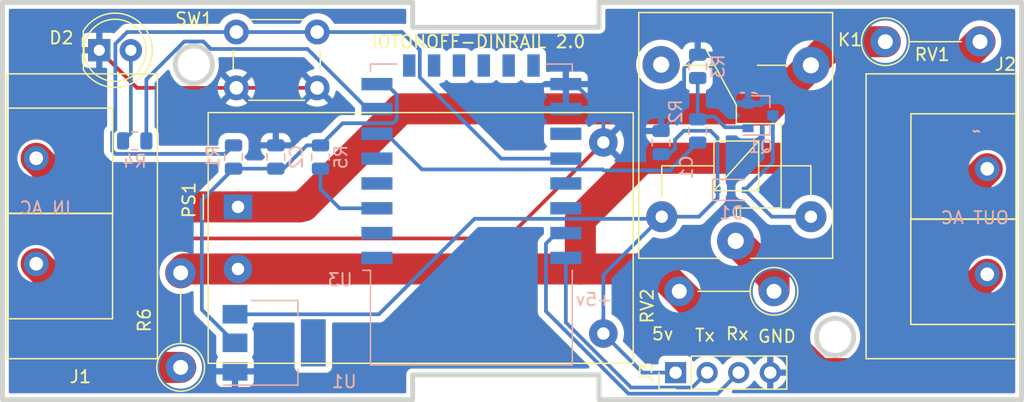
<source format=kicad_pcb>
(kicad_pcb (version 20211014) (generator pcbnew)
  (layers (0 "F.Cu" signal) (31 "B.Cu" signal) (34 "B.Paste" user) (35 "F.Paste" user) (36 "B.SilkS" user "B.Silkscreen") (37 "F.SilkS" user "F.Silkscreen") (38 "B.Mask" user) (39 "F.Mask" user) (44 "Edge.Cuts" user))
  (net 0 "")
  (net 1 "GND")
  (net 2 "Net-(C1-Pad1)")
  (net 3 "Net-(C2-Pad1)")
  (net 4 "Net-(D1-Pad2)")
  (net 5 "Net-(D2-Pad2)")
  (net 6 "Net-(J1-Pad2)")
  (net 7 "Net-(J1-Pad1)")
  (net 8 "Net-(J3-Pad3)")
  (net 9 "Net-(J3-Pad2)")
  (net 10 "Net-(Q1-Pad1)")
  (net 11 "Net-(R1-Pad1)")
  (net 12 "Net-(R2-Pad2)")
  (net 13 "Net-(R4-Pad2)")
  (net 15 "Net-(J2-Pad2)")
  (net 25 "Net-(R5-Pad1)")
  (net 28 "Net-(J2-Pad1)")
  (footprint "LED_THT:LED_D5.0mm" (layer "F.Cu") (at 110.65 78.4)
    (fp_text reference "D2" (at -3.05 -1) (layer "F.SilkS"))
    (fp_text value "LED")
    (fp_line (start -1.29 -1.545) (end -1.29 1.545) (layer "F.SilkS") (width 0.12))
    (fp_arc (start 4.26 -0.000462) (mid 2.072002 2.880433) (end -1.29 1.54483) (layer "F.SilkS") (width 0.12))
    (fp_arc (start -1.29 -1.54483) (mid 2.072002 -2.880433) (end 4.26 0.000462) (layer "F.SilkS") (width 0.12))
    (fp_circle (center 1.27 0) (end 3.77 0) (layer "F.SilkS") (width 0.12) (fill none))
    (pad "1" thru_hole rect locked (at 0 0) (size 1.8 1.8) (drill 0.9) (layers *.Cu *.Mask) (net 1 "GND"))
    (pad "2" thru_hole circle locked (at 2.54 0) (size 1.8 1.8) (drill 0.9) (layers *.Cu *.Mask) (net 5 "Net-(D2-Pad2)"))
  )
  (footprint "Connector_PinHeader_2.54mm:PinHeader_1x04_P2.54mm_Vertical" (layer "F.Cu") (at 157.02 104.37 90)
    (fp_text reference "J3" (at 0 -2.33 90) (layer "F.SilkS"))
    (fp_text value "Conn_01x04")
    (fp_line (start 1.33 1.27) (end 1.33 8.95) (layer "F.SilkS") (width 0.12))
    (fp_line (start -1.33 -1.33) (end 0 -1.33) (layer "F.SilkS") (width 0.12))
    (fp_line (start -1.33 1.27) (end -1.33 8.95) (layer "F.SilkS") (width 0.12))
    (fp_line (start -1.33 1.27) (end 1.33 1.27) (layer "F.SilkS") (width 0.12))
    (fp_line (start -1.33 0) (end -1.33 -1.33) (layer "F.SilkS") (width 0.12))
    (fp_line (start -1.33 8.95) (end 1.33 8.95) (layer "F.SilkS") (width 0.12))
    (pad "1" thru_hole rect locked (at 0 0 90) (size 1.7 1.7) (drill 1) (layers *.Cu *.Mask) (net 2 "Net-(C1-Pad1)"))
    (pad "2" thru_hole oval locked (at 0 2.54 90) (size 1.7 1.7) (drill 1) (layers *.Cu *.Mask) (net 9 "Net-(J3-Pad2)"))
    (pad "3" thru_hole oval locked (at 0 5.08 90) (size 1.7 1.7) (drill 1) (layers *.Cu *.Mask) (net 8 "Net-(J3-Pad3)"))
    (pad "4" thru_hole oval locked (at 0 7.62 90) (size 1.7 1.7) (drill 1) (layers *.Cu *.Mask) (net 1 "GND"))
  )
  (footprint "Relay_THT:Relay_SPDT_SANYOU_SRD_Series_Form_C" (layer "F.Cu") (at 161.86 93.76 90)
    (fp_text reference "K1" (at 16.2 9.2 180) (layer "F.SilkS"))
    (fp_text value "SANYOU_SRD_Form_A")
    (fp_line (start 6.05 -5.95) (end 6.05 -1.75) (layer "F.SilkS") (width 0.12))
    (fp_line (start -1.4 1.2) (end -1.4 7.8) (layer "F.SilkS") (width 0.12))
    (fp_line (start 4.05 -1.75) (end 8.05 -1.75) (layer "F.SilkS") (width 0.12))
    (fp_line (start 4.05 1.85) (end 4.05 -1.75) (layer "F.SilkS") (width 0.12))
    (fp_line (start 8.05 1.85) (end 4.05 1.85) (layer "F.SilkS") (width 0.12))
    (fp_line (start 14.15 4.2) (end 14.15 1.75) (layer "F.SilkS") (width 0.12))
    (fp_line (start 9.45 0.05) (end 9.45 3.65) (layer "F.SilkS") (width 0.12))
    (fp_line (start 14.15 -4.2) (end 14.15 -1.7) (layer "F.SilkS") (width 0.12))
    (fp_line (start 6.05 1.85) (end 6.05 6.05) (layer "F.SilkS") (width 0.12))
    (fp_line (start 9.45 0.05) (end 10.95 0.05) (layer "F.SilkS") (width 0.12))
    (fp_line (start 2.65 0.05) (end 2.65 3.65) (layer "F.SilkS") (width 0.12))
    (fp_line (start 18.4 -7.8) (end 18.4 7.8) (layer "F.SilkS") (width 0.12))
    (fp_line (start 3.55 6.05) (end 6.05 6.05) (layer "F.SilkS") (width 0.12))
    (fp_line (start 2.65 0.05) (end 1.85 0.05) (layer "F.SilkS") (width 0.12))
    (fp_line (start 18.4 7.8) (end -1.4 7.8) (layer "F.SilkS") (width 0.12))
    (fp_line (start -1.4 -7.8) (end 18.4 -7.8) (layer "F.SilkS") (width 0.12))
    (fp_line (start 8.05 -1.75) (end 8.05 1.85) (layer "F.SilkS") (width 0.12))
    (fp_line (start 8.05 1.85) (end 4.05 -1.75) (layer "F.SilkS") (width 0.12))
    (fp_line (start 6.05 -5.95) (end 3.55 -5.95) (layer "F.SilkS") (width 0.12))
    (fp_line (start 9.45 3.65) (end 2.65 3.65) (layer "F.SilkS") (width 0.12))
    (fp_line (start -1.4 -7.8) (end -1.4 -1.2) (layer "F.SilkS") (width 0.12))
    (fp_line (start 10.95 0.05) (end 15.55 -2.45) (layer "F.SilkS") (width 0.12))
    (pad "1" thru_hole circle locked (at 0 0 180) (size 3 3) (drill 1.3) (layers *.Cu *.Mask) (net 28 "Net-(J2-Pad1)"))
    (pad "2" thru_hole circle locked (at 1.95 6.05 180) (size 2.5 2.5) (drill 1) (layers *.Cu *.Mask) (net 4 "Net-(D1-Pad2)"))
    (pad "3" thru_hole circle locked (at 14.15 6.05 180) (size 3 3) (drill 1.3) (layers *.Cu *.Mask) (net 6 "Net-(J1-Pad2)"))
    (pad "4" thru_hole circle locked (at 14.2 -6 180) (size 3 3) (drill 1.3) (layers *.Cu *.Mask))
    (pad "5" thru_hole circle locked (at 1.95 -5.95 180) (size 2.5 2.5) (drill 1) (layers *.Cu *.Mask) (net 2 "Net-(C1-Pad1)"))
  )
  (footprint "TerminalBlock_RND:KF8500" (layer "F.Cu") (at 184.45 80.3 -90)
    (fp_text reference "J2" (at -0.77 0.89 180) (layer "F.SilkS"))
    (fp_text value "Conn_01x02")
    (fp_line (start 0 12.1) (end 0 0.01) (layer "F.SilkS") (width 0.12))
    (fp_line (start 11.72 0) (end 11.72 8.49) (layer "F.SilkS") (width 0.12))
    (fp_line (start 0 0) (end 22.95 0) (layer "F.SilkS") (width 0.12))
    (fp_line (start 11.69 8.5) (end 11.69 0) (layer "F.SilkS") (width 0.12))
    (fp_line (start 20.19 8.5) (end 11.69 8.5) (layer "F.SilkS") (width 0.12))
    (fp_line (start 3.22 0) (end 11.72 0) (layer "F.SilkS") (width 0.12))
    (fp_line (start 3.22 8.49) (end 3.22 0) (layer "F.SilkS") (width 0.12))
    (fp_line (start 11.72 8.49) (end 3.22 8.49) (layer "F.SilkS") (width 0.12))
    (fp_line (start 22.95 12.1) (end 0 12.1) (layer "F.SilkS") (width 0.12))
    (fp_line (start 20.19 0) (end 20.19 8.5) (layer "F.SilkS") (width 0.12))
    (fp_line (start 22.95 0) (end 22.95 12.1) (layer "F.SilkS") (width 0.12))
    (fp_line (start 11.69 0) (end 20.19 0) (layer "F.SilkS") (width 0.12))
    (pad "1" thru_hole circle locked (at 7.65 2.35 270) (size 2 2) (drill 1.1) (layers *.Cu *.Mask) (net 28 "Net-(J2-Pad1)"))
    (pad "2" thru_hole circle locked (at 16.15 2.35 270) (size 2 2) (drill 1.1) (layers *.Cu *.Mask) (net 15 "Net-(J2-Pad2)"))
  )
  (footprint "Converter_ACDC:Converter_ACDC_HiLink_HLK-PMxx" (layer "F.Cu") (at 121.81 91.02)
    (fp_text reference "PS1" (at -3.94 -0.55 90) (layer "F.SilkS"))
    (fp_text value "HLK-PM01")
    (fp_line (start 31.8 12.6) (end 31.8 -7.6) (layer "F.SilkS") (width 0.12))
    (fp_line (start -2.79 -1) (end -2.79 1.01) (layer "F.SilkS") (width 0.12))
    (fp_line (start -2.4 12.6) (end 31.8 12.6) (layer "F.SilkS") (width 0.12))
    (fp_line (start -2.4 -7.6) (end -2.4 12.6) (layer "F.SilkS") (width 0.12))
    (fp_line (start 31.8 -7.6) (end -2.4 -7.6) (layer "F.SilkS") (width 0.12))
    (pad "1" thru_hole rect locked (at 0 0) (size 2.3 2) (drill 1) (layers *.Cu *.Mask) (net 6 "Net-(J1-Pad2)"))
    (pad "2" thru_hole circle locked (at 0 5) (size 2.3 2.3) (drill 1) (layers *.Cu *.Mask) (net 15 "Net-(J2-Pad2)"))
    (pad "3" thru_hole circle locked (at 29.4 -5.2) (size 2.3 2.3) (drill 1) (layers *.Cu *.Mask) (net 1 "GND"))
    (pad "4" thru_hole circle locked (at 29.4 10.2) (size 2.3 2.3) (drill 1) (layers *.Cu *.Mask) (net 2 "Net-(C1-Pad1)"))
  )
  (footprint "TerminalBlock_RND:KF8500" (layer "F.Cu") (at 103.225 103.25 90)
    (fp_text reference "J1" (at -1.45 5.9 180) (layer "F.SilkS"))
    (fp_text value "Conn_01x02")
    (fp_line (start 11.69 0) (end 20.19 0) (layer "F.SilkS") (width 0.12))
    (fp_line (start 0 0) (end 22.95 0) (layer "F.SilkS") (width 0.12))
    (fp_line (start 20.19 8.5) (end 11.69 8.5) (layer "F.SilkS") (width 0.12))
    (fp_line (start 22.95 12.1) (end 0 12.1) (layer "F.SilkS") (width 0.12))
    (fp_line (start 11.69 8.5) (end 11.69 0) (layer "F.SilkS") (width 0.12))
    (fp_line (start 22.95 0) (end 22.95 12.1) (layer "F.SilkS") (width 0.12))
    (fp_line (start 11.72 0) (end 11.72 8.49) (layer "F.SilkS") (width 0.12))
    (fp_line (start 3.22 8.49) (end 3.22 0) (layer "F.SilkS") (width 0.12))
    (fp_line (start 20.19 0) (end 20.19 8.5) (layer "F.SilkS") (width 0.12))
    (fp_line (start 11.72 8.49) (end 3.22 8.49) (layer "F.SilkS") (width 0.12))
    (fp_line (start 3.22 0) (end 11.72 0) (layer "F.SilkS") (width 0.12))
    (fp_line (start 0 12.1) (end 0 0.01) (layer "F.SilkS") (width 0.12))
    (pad "1" thru_hole circle locked (at 7.65 2.35 90) (size 2 2) (drill 1.1) (layers *.Cu *.Mask) (net 7 "Net-(J1-Pad1)"))
    (pad "2" thru_hole circle locked (at 16.15 2.35 90) (size 2 2) (drill 1.1) (layers *.Cu *.Mask) (net 6 "Net-(J1-Pad2)"))
  )
  (footprint "Button_Switch_THT:SW_PUSH_6mm_H4.3mm" (layer "F.Cu") (at 121.68 76.93)
    (fp_text reference "SW1" (at -3.4 -1.05) (layer "F.SilkS"))
    (fp_text value "SW_Push")
    (fp_line (start 5.5 -1) (end 1 -1) (layer "F.SilkS") (width 0.12))
    (fp_line (start -0.25 1.5) (end -0.25 3) (layer "F.SilkS") (width 0.12))
    (fp_line (start 1 5.5) (end 5.5 5.5) (layer "F.SilkS") (width 0.12))
    (fp_line (start 6.75 3) (end 6.75 1.5) (layer "F.SilkS") (width 0.12))
    (pad "1" thru_hole circle locked (at 6.5 0 90) (size 2 2) (drill 1.1) (layers *.Cu *.Mask) (net 11 "Net-(R1-Pad1)"))
    (pad "1" thru_hole circle locked (at 0 0 90) (size 2 2) (drill 1.1) (layers *.Cu *.Mask) (net 11 "Net-(R1-Pad1)"))
    (pad "2" thru_hole circle locked (at 0 4.5 90) (size 2 2) (drill 1.1) (layers *.Cu *.Mask) (net 1 "GND"))
    (pad "2" thru_hole circle locked (at 6.5 4.5 90) (size 2 2) (drill 1.1) (layers *.Cu *.Mask) (net 1 "GND"))
  )
  (footprint "Resistor_THT:R_Axial_DIN0411_L9.9mm_D3.6mm_P7.62mm_Vertical" (layer "F.Cu") (at 173.9 77.71)
    (fp_text reference "RV1" (at 3.77 1.04) (layer "F.SilkS"))
    (fp_text value "Varistor")
    (fp_line (start 1.92 0) (end 6.12 0) (layer "F.SilkS") (width 0.12))
    (fp_circle (center 0 0) (end 1.92 0) (layer "F.SilkS") (width 0.12) (fill none))
    (pad "1" thru_hole circle (at 0 0) (size 2.4 2.4) (drill 1.2) (layers *.Cu *.Mask) (net 6 "Net-(J1-Pad2)"))
    (pad "2" thru_hole oval (at 7.62 0) (size 2.4 2.4) (drill 1.2) (layers *.Cu *.Mask) (net 15 "Net-(J2-Pad2)"))
  )
  (footprint "Resistor_THT:R_Axial_DIN0411_L9.9mm_D3.6mm_P7.62mm_Vertical" (layer "F.Cu") (at 164.94 97.82 180)
    (fp_text reference "RV2" (at 10.2 -1.18 90) (layer "F.SilkS"))
    (fp_text value "Varistor")
    (fp_line (start 1.92 0) (end 6.12 0) (layer "F.SilkS") (width 0.12))
    (fp_circle (center 0 0) (end 1.92 0) (layer "F.SilkS") (width 0.12) (fill none))
    (pad "1" thru_hole circle (at 0 0 180) (size 2.4 2.4) (drill 1.2) (layers *.Cu *.Mask) (net 28 "Net-(J2-Pad1)"))
    (pad "2" thru_hole oval (at 7.62 0 180) (size 2.4 2.4) (drill 1.2) (layers *.Cu *.Mask) (net 15 "Net-(J2-Pad2)"))
  )
  (footprint "Resistor_THT:R_Axial_DIN0411_L9.9mm_D3.6mm_P7.62mm_Vertical" (layer "F.Cu") (at 117.2 103.95 90)
    (fp_text reference "R6" (at 3.81 -2.92 90) (layer "F.SilkS"))
    (fp_text value "10")
    (fp_line (start 1.92 0) (end 6.12 0) (layer "F.SilkS") (width 0.12))
    (fp_circle (center 0 0) (end 1.92 0) (layer "F.SilkS") (width 0.12) (fill none))
    (pad "1" thru_hole circle (at 0 0 90) (size 2.4 2.4) (drill 1.2) (layers *.Cu *.Mask) (net 7 "Net-(J1-Pad1)"))
    (pad "2" thru_hole oval (at 7.62 0 90) (size 2.4 2.4) (drill 1.2) (layers *.Cu *.Mask) (net 15 "Net-(J2-Pad2)"))
  )
  (footprint "Diode_SMD:D_SOD-323F" (layer "B.Cu") (at 161.5 89.65)
    (fp_text reference "D1" (at 0 1.85) (layer "B.SilkS") (effects (justify mirror)))
    (fp_text value "1N4148")
    (fp_line (start -1.5 0.85) (end 1.05 0.85) (layer "B.SilkS") (width 0.12))
    (fp_line (start -1.5 -0.85) (end 1.05 -0.85) (layer "B.SilkS") (width 0.12))
    (fp_line (start -1.5 0.85) (end -1.5 -0.85) (layer "B.SilkS") (width 0.12))
    (pad "1" smd rect locked (at -1.1 0) (size 0.5 0.5) (layers "B.Cu" "B.Paste" "B.Mask") (net 2 "Net-(C1-Pad1)"))
    (pad "2" smd rect locked (at 1.1 0) (size 0.5 0.5) (layers "B.Cu" "B.Paste" "B.Mask") (net 4 "Net-(D1-Pad2)"))
  )
  (footprint "Package_TO_SOT_SMD:SOT-23" (layer "B.Cu") (at 163.85 83.65)
    (fp_text reference "Q1" (at 0 2.5) (layer "B.SilkS") (effects (justify mirror)))
    (fp_text value "2N7002")
    (fp_line (start 0.76 1.58) (end 0.76 0.65) (layer "B.SilkS") (width 0.12))
    (fp_line (start 0.76 -1.58) (end -0.7 -1.58) (layer "B.SilkS") (width 0.12))
    (fp_line (start 0.76 -1.58) (end 0.76 -0.65) (layer "B.SilkS") (width 0.12))
    (fp_line (start 0.76 1.58) (end -1.4 1.58) (layer "B.SilkS") (width 0.12))
    (pad "1" smd rect locked (at -1 0.95) (size 0.9 0.8) (layers "B.Cu" "B.Paste" "B.Mask") (net 10 "Net-(Q1-Pad1)"))
    (pad "2" smd rect locked (at -1 -0.95) (size 0.9 0.8) (layers "B.Cu" "B.Paste" "B.Mask") (net 1 "GND"))
    (pad "3" smd rect locked (at 1 0) (size 0.9 0.8) (layers "B.Cu" "B.Paste" "B.Mask") (net 4 "Net-(D1-Pad2)"))
  )
  (footprint "RF_Module:ESP-12E" (layer "B.Cu") (at 140.59 91.63)
    (fp_text reference "U3" (at -10.56 5.26) (layer "B.SilkS") (effects (justify mirror)))
    (fp_text value "ESP-12F")
    (fp_line (start -8.12 4.5) (end -8.73 4.5) (layer "B.SilkS") (width 0.12))
    (fp_line (start 8.12 -12.12) (end 6 -12.12) (layer "B.SilkS") (width 0.12))
    (fp_line (start 8.12 -11.5) (end 8.12 -12.12) (layer "B.SilkS") (width 0.12))
    (fp_line (start -8.12 -12.12) (end -8.12 -11.5) (layer "B.SilkS") (width 0.12))
    (fp_line (start -8.12 4.5) (end -8.12 12.12) (layer "B.SilkS") (width 0.12))
    (fp_line (start -6 -12.12) (end -8.12 -12.12) (layer "B.SilkS") (width 0.12))
    (fp_line (start -8.12 12.12) (end 8.12 12.12) (layer "B.SilkS") (width 0.12))
    (fp_line (start 8.12 12.12) (end 8.12 4.5) (layer "B.SilkS") (width 0.12))
    (pad "1" smd rect locked (at -7.6 3.5) (size 2.5 1) (layers "B.Cu" "B.Paste" "B.Mask"))
    (pad "2" smd rect locked (at -7.6 1.5) (size 2.5 1) (layers "B.Cu" "B.Paste" "B.Mask"))
    (pad "3" smd rect locked (at -7.6 -0.5) (size 2.5 1) (layers "B.Cu" "B.Paste" "B.Mask") (net 25 "Net-(R5-Pad1)"))
    (pad "4" smd rect locked (at -7.6 -2.5) (size 2.5 1) (layers "B.Cu" "B.Paste" "B.Mask"))
    (pad "5" smd rect locked (at -7.6 -4.5) (size 2.5 1) (layers "B.Cu" "B.Paste" "B.Mask"))
    (pad "6" smd rect locked (at -7.6 -6.5) (size 2.5 1) (layers "B.Cu" "B.Paste" "B.Mask") (net 12 "Net-(R2-Pad2)"))
    (pad "7" smd rect locked (at -7.6 -8.5) (size 2.5 1) (layers "B.Cu" "B.Paste" "B.Mask") (net 13 "Net-(R4-Pad2)"))
    (pad "8" smd rect locked (at -7.6 -10.5) (size 2.5 1) (layers "B.Cu" "B.Paste" "B.Mask") (net 3 "Net-(C2-Pad1)"))
    (pad "9" smd rect locked (at -5 -12) (size 1 1.8) (layers "B.Cu" "B.Paste" "B.Mask"))
    (pad "10" smd rect locked (at -3 -12) (size 1 1.8) (layers "B.Cu" "B.Paste" "B.Mask"))
    (pad "11" smd rect locked (at -1 -12) (size 1 1.8) (layers "B.Cu" "B.Paste" "B.Mask"))
    (pad "12" smd rect locked (at 1 -12) (size 1 1.8) (layers "B.Cu" "B.Paste" "B.Mask"))
    (pad "13" smd rect locked (at 3 -12) (size 1 1.8) (layers "B.Cu" "B.Paste" "B.Mask"))
    (pad "14" smd rect locked (at 5 -12) (size 1 1.8) (layers "B.Cu" "B.Paste" "B.Mask"))
    (pad "15" smd rect locked (at 7.6 -10.5) (size 2.5 1) (layers "B.Cu" "B.Paste" "B.Mask") (net 1 "GND"))
    (pad "16" smd rect locked (at 7.6 -8.5) (size 2.5 1) (layers "B.Cu" "B.Paste" "B.Mask") (net 1 "GND"))
    (pad "17" smd rect locked (at 7.6 -6.5) (size 2.5 1) (layers "B.Cu" "B.Paste" "B.Mask"))
    (pad "18" smd rect locked (at 7.6 -4.5) (size 2.5 1) (layers "B.Cu" "B.Paste" "B.Mask") (net 11 "Net-(R1-Pad1)"))
    (pad "19" smd rect locked (at 7.6 -2.5) (size 2.5 1) (layers "B.Cu" "B.Paste" "B.Mask"))
    (pad "20" smd rect locked (at 7.6 -0.5) (size 2.5 1) (layers "B.Cu" "B.Paste" "B.Mask"))
    (pad "21" smd rect locked (at 7.6 1.5) (size 2.5 1) (layers "B.Cu" "B.Paste" "B.Mask") (net 8 "Net-(J3-Pad3)"))
    (pad "22" smd rect locked (at 7.6 3.5) (size 2.5 1) (layers "B.Cu" "B.Paste" "B.Mask") (net 9 "Net-(J3-Pad2)"))
  )
  (footprint "Resistor_SMD:R_0805_2012Metric" (layer "B.Cu") (at 158.8 79.7 90)
    (fp_text reference "R3" (at 0 1.65 90) (layer "B.SilkS") (effects (justify mirror)))
    (fp_text value "10K")
    (fp_line (start -0.258578 0.71) (end 0.258578 0.71) (layer "B.SilkS") (width 0.12))
    (fp_line (start -0.258578 -0.71) (end 0.258578 -0.71) (layer "B.SilkS") (width 0.12))
    (pad "1" smd roundrect locked (at -0.9375 0 90) (size 0.975 1.4) (layers "B.Cu" "B.Paste" "B.Mask") (net 10 "Net-(Q1-Pad1)"))
    (pad "2" smd roundrect locked (at 0.9375 0 90) (size 0.975 1.4) (layers "B.Cu" "B.Paste" "B.Mask") (net 1 "GND"))
  )
  (footprint "Resistor_SMD:R_0805_2012Metric" (layer "B.Cu") (at 128.45 87 90)
    (fp_text reference "R5" (at 0 1.65 90) (layer "B.SilkS") (effects (justify mirror)))
    (fp_text value "10K")
    (fp_line (start -0.258578 0.71) (end 0.258578 0.71) (layer "B.SilkS") (width 0.12))
    (fp_line (start -0.258578 -0.71) (end 0.258578 -0.71) (layer "B.SilkS") (width 0.12))
    (pad "1" smd roundrect locked (at -0.9375 0 90) (size 0.975 1.4) (layers "B.Cu" "B.Paste" "B.Mask") (net 25 "Net-(R5-Pad1)"))
    (pad "2" smd roundrect locked (at 0.9375 0 90) (size 0.975 1.4) (layers "B.Cu" "B.Paste" "B.Mask") (net 3 "Net-(C2-Pad1)"))
  )
  (footprint "Resistor_SMD:R_0805_2012Metric" (layer "B.Cu") (at 113.5 85.7)
    (fp_text reference "R4" (at 0 1.65) (layer "B.SilkS") (effects (justify mirror)))
    (fp_text value "1K")
    (fp_line (start -0.258578 -0.71) (end 0.258578 -0.71) (layer "B.SilkS") (width 0.12))
    (fp_line (start -0.258578 0.71) (end 0.258578 0.71) (layer "B.SilkS") (width 0.12))
    (pad "1" smd roundrect locked (at -0.9375 0) (size 0.975 1.4) (layers "B.Cu" "B.Paste" "B.Mask") (net 5 "Net-(D2-Pad2)"))
    (pad "2" smd roundrect locked (at 0.9375 0) (size 0.975 1.4) (layers "B.Cu" "B.Paste" "B.Mask") (net 13 "Net-(R4-Pad2)"))
  )
  (footprint "Capacitor_SMD:C_0805_2012Metric" (layer "B.Cu") (at 155.85 85.84 90)
    (fp_text reference "C1" (at -2 2.05 90) (layer "B.SilkS") (effects (justify mirror)))
    (fp_text value "10uF")
    (fp_line (start -0.258578 0.71) (end 0.258578 0.71) (layer "B.SilkS") (width 0.12))
    (fp_line (start -0.258578 -0.71) (end 0.258578 -0.71) (layer "B.SilkS") (width 0.12))
    (pad "1" smd roundrect locked (at -0.9375 0 90) (size 0.975 1.4) (layers "B.Cu" "B.Paste" "B.Mask") (net 2 "Net-(C1-Pad1)"))
    (pad "2" smd roundrect locked (at 0.9375 0 90) (size 0.975 1.4) (layers "B.Cu" "B.Paste" "B.Mask") (net 1 "GND"))
  )
  (footprint "Package_TO_SOT_SMD:SOT-223" (layer "B.Cu") (at 124.72 101.97)
    (fp_text reference "U1" (at 5.64 3.13) (layer "B.SilkS") (effects (justify mirror)))
    (fp_text value "AMS1117-3.3")
    (fp_line (start -4.1 3.41) (end 1.91 3.41) (layer "B.SilkS") (width 0.12))
    (fp_line (start 1.91 -3.41) (end 1.91 -2.15) (layer "B.SilkS") (width 0.12))
    (fp_line (start -1.85 -3.41) (end 1.91 -3.41) (layer "B.SilkS") (width 0.12))
    (fp_line (start 1.91 3.41) (end 1.91 2.15) (layer "B.SilkS") (width 0.12))
    (pad "1" smd rect locked (at -3.15 2.3) (size 2 1.5) (layers "B.Cu" "B.Paste" "B.Mask") (net 1 "GND"))
    (pad "2" smd rect locked (at -3.15 0) (size 2 1.5) (layers "B.Cu" "B.Paste" "B.Mask") (net 3 "Net-(C2-Pad1)"))
    (pad "3" smd rect locked (at -3.15 -2.3) (size 2 1.5) (layers "B.Cu" "B.Paste" "B.Mask") (net 2 "Net-(C1-Pad1)"))
    (pad "4" smd rect locked (at 3.15 0) (size 2 3.8) (layers "B.Cu" "B.Paste" "B.Mask"))
  )
  (footprint "Resistor_SMD:R_0805_2012Metric" (layer "B.Cu") (at 121.45 87 -90)
    (fp_text reference "R1" (at 0 1.65 90) (layer "B.SilkS") (effects (justify mirror)))
    (fp_text value "10K")
    (fp_line (start -0.258578 -0.71) (end 0.258578 -0.71) (layer "B.SilkS") (width 0.12))
    (fp_line (start -0.258578 0.71) (end 0.258578 0.71) (layer "B.SilkS") (width 0.12))
    (pad "1" smd roundrect locked (at -0.9375 0 270) (size 0.975 1.4) (layers "B.Cu" "B.Paste" "B.Mask") (net 11 "Net-(R1-Pad1)"))
    (pad "2" smd roundrect locked (at 0.9375 0 270) (size 0.975 1.4) (layers "B.Cu" "B.Paste" "B.Mask") (net 3 "Net-(C2-Pad1)"))
  )
  (footprint "Capacitor_SMD:C_0805_2012Metric" (layer "B.Cu") (at 124.85 87 90)
    (fp_text reference "C2" (at 0 1.65 90) (layer "B.SilkS") (effects (justify mirror)))
    (fp_text value "22uF")
    (fp_line (start -0.258578 0.71) (end 0.258578 0.71) (layer "B.SilkS") (width 0.12))
    (fp_line (start -0.258578 -0.71) (end 0.258578 -0.71) (layer "B.SilkS") (width 0.12))
    (pad "1" smd roundrect locked (at -0.9375 0 90) (size 0.975 1.4) (layers "B.Cu" "B.Paste" "B.Mask") (net 3 "Net-(C2-Pad1)"))
    (pad "2" smd roundrect locked (at 0.9375 0 90) (size 0.975 1.4) (layers "B.Cu" "B.Paste" "B.Mask") (net 1 "GND"))
  )
  (footprint "Resistor_SMD:R_0805_2012Metric" (layer "B.Cu") (at 158.8 84.9 -90)
    (fp_text reference "R2" (at -1.57 1.77 90) (layer "B.SilkS") (effects (justify mirror)))
    (fp_text value "1K")
    (fp_line (start -0.258578 -0.71) (end 0.258578 -0.71) (layer "B.SilkS") (width 0.12))
    (fp_line (start -0.258578 0.71) (end 0.258578 0.71) (layer "B.SilkS") (width 0.12))
    (pad "1" smd roundrect locked (at -0.9375 0 270) (size 0.975 1.4) (layers "B.Cu" "B.Paste" "B.Mask") (net 10 "Net-(Q1-Pad1)"))
    (pad "2" smd roundrect locked (at 0.9375 0 270) (size 0.975 1.4) (layers "B.Cu" "B.Paste" "B.Mask") (net 12 "Net-(R2-Pad2)"))
  )
  (gr_line (start 102.86 106.55) (end 102.86 74.55) (layer "Edge.Cuts") (width 0.4))
  (gr_circle (center 169.86 101.49) (end 171.36 101.49) (layer "Edge.Cuts") (width 0.4) (fill none))
  (gr_line (start 150.86 74.55) (end 150.86 76.55) (layer "Edge.Cuts") (width 0.4))
  (gr_line (start 150.86 74.55) (end 184.86 74.55) (layer "Edge.Cuts") (width 0.4))
  (gr_line (start 102.86 106.55) (end 135.86 106.55) (layer "Edge.Cuts") (width 0.4))
  (gr_line (start 135.86 104.55) (end 135.86 106.55) (layer "Edge.Cuts") (width 0.4))
  (gr_line (start 135.86 104.55) (end 150.86 104.55) (layer "Edge.Cuts") (width 0.4))
  (gr_line (start 150.86 104.55) (end 150.86 106.55) (layer "Edge.Cuts") (width 0.4))
  (gr_line (start 150.86 106.55) (end 184.86 106.55) (layer "Edge.Cuts") (width 0.4))
  (gr_line (start 135.86 74.55) (end 135.86 76.55) (layer "Edge.Cuts") (width 0.4))
  (gr_line (start 184.86 74.55) (end 184.86 106.55) (layer "Edge.Cuts") (width 0.4))
  (gr_circle (center 118.26 79.55) (end 119.76 79.55) (layer "Edge.Cuts") (width 0.4) (fill none))
  (gr_line (start 102.86 74.55) (end 135.86 74.55) (layer "Edge.Cuts") (width 0.4))
  (gr_line (start 135.86 76.55) (end 150.86 76.55) (layer "Edge.Cuts") (width 0.4))
  (gr_text "IN AC" (at 106.3 91.1) (layer "B.SilkS") (effects (font (size 1 1)) (justify mirror)))
  (gr_text "+5v" (at 150.46 98.49) (layer "B.SilkS") (effects (font (size 1 1)) (justify mirror)))
  (gr_text "OUT AC" (at 181.1 91.9) (layer "B.SilkS") (effects (font (size 1 1)) (justify mirror)))
  (gr_text "~" (at 181.2 84.9) (layer "B.SilkS") (effects (font (size 1 1)) (justify mirror)))
  (gr_text "GND" (at 165.18 101.45) (layer "F.SilkS") (effects (font (size 1 1))))
  (gr_text "5v" (at 155.98 101.25) (layer "F.SilkS") (effects (font (size 1 1))))
  (gr_text "Rx" (at 161.98 101.25) (layer "F.SilkS") (effects (font (size 1 1))))
  (gr_text "Tx" (at 159.38 101.36) (layer "F.SilkS") (effects (font (size 1 1))))
  (gr_text "IOTONOFF-DINRAIL 2.0" (at 141.16 77.72) (layer "F.SilkS") (effects (font (size 1 1))))
  (segment (start 110.65 78.4) (end 113.68 81.43) (width 0.3) (layer "F.Cu") (net 1))
  (segment (start 143.47 93.56) (end 151.21 85.82) (width 0.3) (layer "F.Cu") (net 1))
  (segment (start 104.1 78.4) (end 103.63 78.87) (width 0.3) (layer "F.Cu") (net 1))
  (segment (start 110.65 78.4) (end 104.1 78.4) (width 0.3) (layer "F.Cu") (net 1))
  (segment (start 103.63 78.87) (end 103.63 91.79) (width 0.3) (layer "F.Cu") (net 1))
  (segment (start 113.68 81.43) (end 121.68 81.43) (width 0.3) (layer "F.Cu") (net 1))
  (segment (start 103.63 91.79) (end 105.4 93.56) (width 0.3) (layer "F.Cu") (net 1))
  (segment (start 121.68 81.43) (end 128.18 81.43) (width 0.3) (layer "F.Cu") (net 1))
  (segment (start 105.4 93.56) (end 143.47 93.56) (width 0.3) (layer "F.Cu") (net 1))
  (segment (start 157.709511 79.852989) (end 157.709511 83.042989) (width 0.3) (layer "B.Cu") (net 1))
  (segment (start 148.94 81.13) (end 151.21 83.4) (width 0.3) (layer "B.Cu") (net 1))
  (segment (start 157.709511 83.042989) (end 155.85 84.9025) (width 0.3) (layer "B.Cu") (net 1))
  (segment (start 158.8 78.7625) (end 157.709511 79.852989) (width 0.3) (layer "B.Cu") (net 1))
  (segment (start 148.19 81.13) (end 148.94 81.13) (width 0.3) (layer "B.Cu") (net 1))
  (segment (start 151.21 83.4) (end 151.21 85.82) (width 0.3) (layer "B.Cu") (net 1))
  (segment (start 160.4 89.65) (end 160.4 90.31) (width 0.3) (layer "B.Cu") (net 2))
  (segment (start 155.740489 91.979511) (end 140.840489 91.979511) (width 0.3) (layer "B.Cu") (net 2))
  (segment (start 160.4 90.31) (end 158.9 91.81) (width 0.3) (layer "B.Cu") (net 2))
  (segment (start 156.98 86.32) (end 156.5225 86.7775) (width 0.3) (layer "B.Cu") (net 2))
  (segment (start 156.98 85.6) (end 156.98 86.32) (width 0.3) (layer "B.Cu") (net 2))
  (segment (start 159.83 84.89) (end 157.69 84.89) (width 0.3) (layer "B.Cu") (net 2))
  (segment (start 140.840489 91.979511) (end 133.15 99.67) (width 0.3) (layer "B.Cu") (net 2))
  (segment (start 160.4 89.65) (end 160.4 85.46) (width 0.3) (layer "B.Cu") (net 2))
  (segment (start 160.4 85.46) (end 159.83 84.89) (width 0.3) (layer "B.Cu") (net 2))
  (segment (start 154.36 104.37) (end 151.21 101.22) (width 0.3) (layer "B.Cu") (net 2))
  (segment (start 151.21 101.22) (end 151.21 96.51) (width 0.3) (layer "B.Cu") (net 2))
  (segment (start 157.02 104.37) (end 154.36 104.37) (width 0.3) (layer "B.Cu") (net 2))
  (segment (start 151.21 96.51) (end 155.91 91.81) (width 0.3) (layer "B.Cu") (net 2))
  (segment (start 158.9 91.81) (end 155.91 91.81) (width 0.3) (layer "B.Cu") (net 2))
  (segment (start 155.91 91.81) (end 155.740489 91.979511) (width 0.3) (layer "B.Cu") (net 2))
  (segment (start 157.69 84.89) (end 156.98 85.6) (width 0.3) (layer "B.Cu") (net 2))
  (segment (start 133.15 99.67) (end 121.57 99.67) (width 0.3) (layer "B.Cu") (net 2))
  (segment (start 156.5225 86.7775) (end 155.85 86.7775) (width 0.3) (layer "B.Cu") (net 2))
  (segment (start 121.45 87.9375) (end 124.85 87.9375) (width 0.3) (layer "B.Cu") (net 3))
  (segment (start 127.3475 86.0625) (end 128.45 86.0625) (width 0.3) (layer "B.Cu") (net 3))
  (segment (start 134.589511 81.979511) (end 134.589511 83.979511) (width 0.3) (layer "B.Cu") (net 3))
  (segment (start 125.4725 87.9375) (end 127.3475 86.0625) (width 0.3) (layer "B.Cu") (net 3))
  (segment (start 124.85 87.9375) (end 125.4725 87.9375) (width 0.3) (layer "B.Cu") (net 3))
  (segment (start 118.9 90.4875) (end 118.9 99.3) (width 0.3) (layer "B.Cu") (net 3))
  (segment (start 130.232011 84.280489) (end 128.45 86.0625) (width 0.3) (layer "B.Cu") (net 3))
  (segment (start 118.9 99.3) (end 121.57 101.97) (width 0.3) (layer "B.Cu") (net 3))
  (segment (start 133.74 81.13) (end 134.589511 81.979511) (width 0.3) (layer "B.Cu") (net 3))
  (segment (start 121.45 87.9375) (end 118.9 90.4875) (width 0.3) (layer "B.Cu") (net 3))
  (segment (start 134.589511 83.979511) (end 134.288533 84.280489) (width 0.3) (layer "B.Cu") (net 3))
  (segment (start 132.99 81.13) (end 133.74 81.13) (width 0.3) (layer "B.Cu") (net 3))
  (segment (start 134.288533 84.280489) (end 130.232011 84.280489) (width 0.3) (layer "B.Cu") (net 3))
  (segment (start 167.91 91.81) (end 164.76 91.81) (width 0.3) (layer "B.Cu") (net 4))
  (segment (start 162.6 89.65) (end 164.85 87.4) (width 0.3) (layer "B.Cu") (net 4))
  (segment (start 164.85 87.4) (end 164.85 83.65) (width 0.3) (layer "B.Cu") (net 4))
  (segment (start 164.76 91.81) (end 162.6 89.65) (width 0.3) (layer "B.Cu") (net 4))
  (segment (start 113.19 85.0725) (end 113.19 78.4) (width 0.3) (layer "B.Cu") (net 5))
  (segment (start 112.5625 85.7) (end 113.19 85.0725) (width 0.3) (layer "B.Cu") (net 5))
  (segment (start 126.84 90.94) (end 126.76 91.02) (width 2.5) (layer "F.Cu") (net 6))
  (segment (start 127.1 90.94) (end 126.84 90.94) (width 2.5) (layer "F.Cu") (net 6))
  (segment (start 126.76 91.02) (end 121.81 91.02) (width 2.5) (layer "F.Cu") (net 6))
  (segment (start 163.170489 83.120489) (end 134.919511 83.120489) (width 2.5) (layer "F.Cu") (net 6))
  (segment (start 173.9 77.71) (end 169.81 77.71) (width 2.5) (layer "F.Cu") (net 6))
  (segment (start 167.91 79.61) (end 164.31 83.21) (width 2.5) (layer "F.Cu") (net 6))
  (segment (start 121.81 91.02) (end 109.495 91.02) (width 2.5) (layer "F.Cu") (net 6))
  (segment (start 163.26 83.21) (end 163.170489 83.120489) (width 2.5) (layer "F.Cu") (net 6))
  (segment (start 164.31 83.21) (end 163.26 83.21) (width 2.5) (layer "F.Cu") (net 6))
  (segment (start 109.495 91.02) (end 105.575 87.1) (width 2.5) (layer "F.Cu") (net 6))
  (segment (start 134.919511 83.120489) (end 127.1 90.94) (width 2.5) (layer "F.Cu") (net 6))
  (segment (start 169.81 77.71) (end 167.91 79.61) (width 2.5) (layer "F.Cu") (net 6))
  (segment (start 113.925 103.95) (end 105.575 95.6) (width 2.5) (layer "F.Cu") (net 7))
  (segment (start 117.2 103.95) (end 113.925 103.95) (width 2.5) (layer "F.Cu") (net 7))
  (segment (start 146.590489 99.427547) (end 153.231972 106.06903) (width 0.3) (layer "B.Cu") (net 8))
  (segment (start 146.590489 93.979511) (end 146.590489 99.427547) (width 0.3) (layer "B.Cu") (net 8))
  (segment (start 153.231972 106.06903) (end 160.40097 106.06903) (width 0.3) (layer "B.Cu") (net 8))
  (segment (start 147.44 93.13) (end 146.590489 93.979511) (width 0.3) (layer "B.Cu") (net 8))
  (segment (start 160.40097 106.06903) (end 162.1 104.37) (width 0.3) (layer "B.Cu") (net 8))
  (segment (start 148.19 93.13) (end 147.44 93.13) (width 0.3) (layer "B.Cu") (net 8))
  (segment (start 153.438881 105.569511) (end 158.360489 105.569511) (width 0.3) (layer "B.Cu") (net 9))
  (segment (start 148.19 100.32063) (end 153.438881 105.569511) (width 0.3) (layer "B.Cu") (net 9))
  (segment (start 158.360489 105.569511) (end 159.56 104.37) (width 0.3) (layer "B.Cu") (net 9))
  (segment (start 148.19 95.13) (end 148.19 100.32063) (width 0.3) (layer "B.Cu") (net 9))
  (segment (start 159.0125 83.75) (end 158.8 83.9625) (width 0.3) (layer "B.Cu") (net 10))
  (segment (start 158.8 80.6375) (end 158.8 83.9625) (width 0.3) (layer "B.Cu") (net 10))
  (segment (start 162.85 84.6) (end 161 84.6) (width 0.3) (layer "B.Cu") (net 10))
  (segment (start 161 84.6) (end 160.15 83.75) (width 0.3) (layer "B.Cu") (net 10))
  (segment (start 160.15 83.75) (end 159.0125 83.75) (width 0.3) (layer "B.Cu") (net 10))
  (segment (start 121.68 76.93) (end 128.18 76.93) (width 0.3) (layer "B.Cu") (net 11))
  (segment (start 148.19 87.13) (end 142.990978 87.13) (width 0.3) (layer "B.Cu") (net 11))
  (segment (start 135 76.93) (end 128.18 76.93) (width 0.3) (layer "B.Cu") (net 11))
  (segment (start 111.94 77.882924) (end 111.94 84.78349) (width 0.3) (layer "B.Cu") (net 11))
  (segment (start 120.76298 86.74952) (end 121.45 86.0625) (width 0.3) (layer "B.Cu") (net 11))
  (segment (start 111.94952 86.74952) (end 120.76298 86.74952) (width 0.3) (layer "B.Cu") (net 11))
  (segment (start 111.68 85.04349) (end 111.68 86.48) (width 0.3) (layer "B.Cu") (net 11))
  (segment (start 142.990978 87.13) (end 136.439511 80.578533) (width 0.3) (layer "B.Cu") (net 11))
  (segment (start 112.892924 76.93) (end 111.94 77.882924) (width 0.3) (layer "B.Cu") (net 11))
  (segment (start 121.68 76.93) (end 112.892924 76.93) (width 0.3) (layer "B.Cu") (net 11))
  (segment (start 136.439511 80.578533) (end 136.439511 78.369511) (width 0.3) (layer "B.Cu") (net 11))
  (segment (start 111.68 86.48) (end 111.94952 86.74952) (width 0.3) (layer "B.Cu") (net 11))
  (segment (start 136.439511 78.369511) (end 135 76.93) (width 0.3) (layer "B.Cu") (net 11))
  (segment (start 111.94 84.78349) (end 111.68 85.04349) (width 0.3) (layer "B.Cu") (net 11))
  (segment (start 151.23063 88.08) (end 151.15063 88) (width 0.3) (layer "B.Cu") (net 12))
  (segment (start 133.74 85.13) (end 136.61 88) (width 0.3) (layer "B.Cu") (net 12))
  (segment (start 158.8 85.8375) (end 156.61 88.0275) (width 0.3) (layer "B.Cu") (net 12))
  (segment (start 136.61 88) (end 151.15063 88) (width 0.3) (layer "B.Cu") (net 12))
  (segment (start 132.99 85.13) (end 133.74 85.13) (width 0.3) (layer "B.Cu") (net 12))
  (segment (start 156.61 88.08) (end 151.23063 88.08) (width 0.3) (layer "B.Cu") (net 12))
  (segment (start 156.61 88.0275) (end 156.61 88.08) (width 0.3) (layer "B.Cu") (net 12))
  (segment (start 117.490967 77.693558) (end 114.4375 80.747025) (width 0.3) (layer "B.Cu") (net 13))
  (segment (start 119.623508 78.294801) (end 119.022265 77.693558) (width 0.3) (layer "B.Cu") (net 13))
  (segment (start 132.24 83.13) (end 127.404801 78.294801) (width 0.3) (layer "B.Cu") (net 13))
  (segment (start 119.022265 77.693558) (end 117.490967 77.693558) (width 0.3) (layer "B.Cu") (net 13))
  (segment (start 132.99 83.13) (end 132.24 83.13) (width 0.3) (layer "B.Cu") (net 13))
  (segment (start 127.404801 78.294801) (end 119.623508 78.294801) (width 0.3) (layer "B.Cu") (net 13))
  (segment (start 114.4375 80.747025) (end 114.4375 85.7) (width 0.3) (layer "B.Cu") (net 13))
  (segment (start 121.81 96.02) (end 149.36 96.02) (width 2.5) (layer "F.Cu") (net 15))
  (segment (start 155.52 96.02) (end 157.32 97.82) (width 2.5) (layer "F.Cu") (net 15))
  (segment (start 168.557644 104.45) (end 165.617644 101.51) (width 2.5) (layer "F.Cu") (net 15))
  (segment (start 117.51 96.02) (end 117.2 96.33) (width 2.5) (layer "F.Cu") (net 15))
  (segment (start 181.52 77.71) (end 172.13 87.1) (width 2.5) (layer "F.Cu") (net 15))
  (segment (start 121.81 96.02) (end 117.51 96.02) (width 2.5) (layer "F.Cu") (net 15))
  (segment (start 182.1 96.45) (end 174.1 104.45) (width 2.5) (layer "F.Cu") (net 15))
  (segment (start 149.36 96.02) (end 155.52 96.02) (width 2.5) (layer "F.Cu") (net 15))
  (segment (start 161.01 101.51) (end 157.32 97.82) (width 2.5) (layer "F.Cu") (net 15))
  (segment (start 154.29 87.1) (end 149.36 92.03) (width 2.5) (layer "F.Cu") (net 15))
  (segment (start 174.1 104.45) (end 168.557644 104.45) (width 2.5) (layer "F.Cu") (net 15))
  (segment (start 149.36 92.03) (end 149.36 96.02) (width 2.5) (layer "F.Cu") (net 15))
  (segment (start 165.617644 101.51) (end 161.01 101.51) (width 2.5) (layer "F.Cu") (net 15))
  (segment (start 172.13 87.1) (end 154.29 87.1) (width 2.5) (layer "F.Cu") (net 15))
  (segment (start 132.99 91.13) (end 129.99 91.13) (width 0.3) (layer "B.Cu") (net 25))
  (segment (start 128.45 89.59) (end 128.45 87.9375) (width 0.3) (layer "B.Cu") (net 25))
  (segment (start 129.99 91.13) (end 128.45 89.59) (width 0.3) (layer "B.Cu") (net 25))
  (segment (start 174.79 95.26) (end 163.36 95.26) (width 2.5) (layer "F.Cu") (net 28))
  (segment (start 164.94 96.84) (end 164.94 97.769991) (width 2.5) (layer "F.Cu") (net 28))
  (segment (start 163.36 95.26) (end 161.86 93.76) (width 2.5) (layer "F.Cu") (net 28))
  (segment (start 161.86 93.76) (end 164.94 96.84) (width 2.5) (layer "F.Cu") (net 28))
  (segment (start 182.1 87.95) (end 174.79 95.26) (width 2.5) (layer "F.Cu") (net 28))
  (zone (net 1) (net_name "GND") (layer "B.Cu") (connect_pads (clearance 0.508)) (min_thickness 0.254) (fill yes (thermal_gap 0.508) (thermal_bridge_width 0.508))
    (polygon (pts (xy 135.819105 74.57767) (xy 135.819105 76.574191) (xy 150.860411 76.492863) (xy 150.850565 74.572921) (xy 184.903715 74.606574) (xy 184.832997 106.543212) (xy 150.841654 106.499992) (xy 150.780405 104.499188) (xy 135.836032 104.549653) (xy 135.82 106.52) (xy 102.889954 106.522741) (xy 102.890013 74.550008) (xy 102.89 74.55)))
  )
)
</source>
